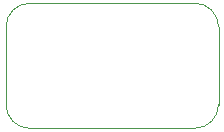
<source format=gm1>
G04 #@! TF.GenerationSoftware,KiCad,Pcbnew,(6.0.7-1)-1*
G04 #@! TF.CreationDate,2024-08-15T11:17:30+03:00*
G04 #@! TF.ProjectId,Induction_alt,496e6475-6374-4696-9f6e-5f616c742e6b,rev?*
G04 #@! TF.SameCoordinates,Original*
G04 #@! TF.FileFunction,Profile,NP*
%FSLAX46Y46*%
G04 Gerber Fmt 4.6, Leading zero omitted, Abs format (unit mm)*
G04 Created by KiCad (PCBNEW (6.0.7-1)-1) date 2024-08-15 11:17:30*
%MOMM*%
%LPD*%
G01*
G04 APERTURE LIST*
G04 #@! TA.AperFunction,Profile*
%ADD10C,0.100000*%
G04 #@! TD*
G04 APERTURE END LIST*
D10*
X176000000Y-96000000D02*
X162000000Y-96000000D01*
X162000000Y-85414200D02*
G75*
G03*
X160000000Y-87414214I0J-2000000D01*
G01*
X178000000Y-87414214D02*
X178000000Y-94000000D01*
X162000000Y-85414214D02*
X176000000Y-85414214D01*
X176000000Y-96000000D02*
G75*
G03*
X178000000Y-94000000I0J2000000D01*
G01*
X177999986Y-87414214D02*
G75*
G03*
X176000000Y-85414214I-1999986J14D01*
G01*
X160000000Y-94000000D02*
G75*
G03*
X162000000Y-96000000I2000000J0D01*
G01*
X160000000Y-94000000D02*
X160000000Y-87414214D01*
M02*

</source>
